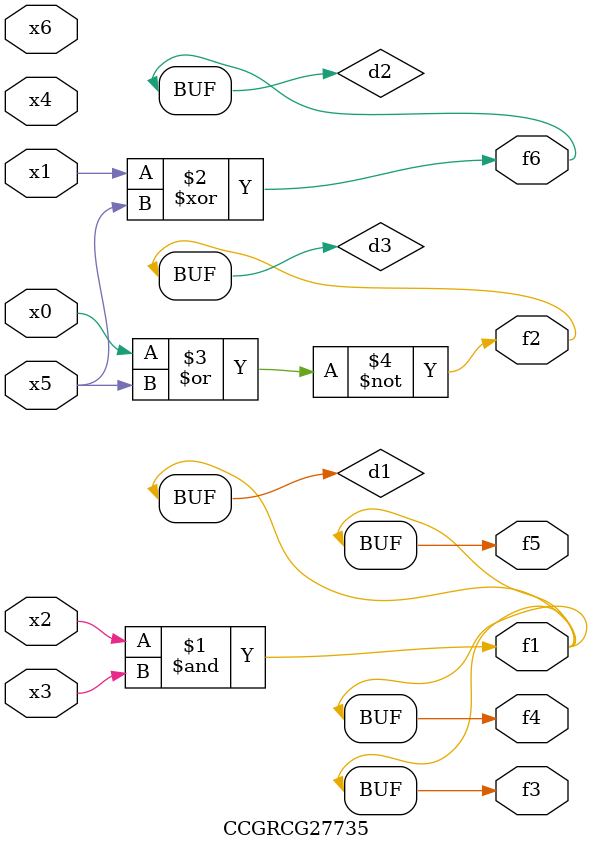
<source format=v>
module CCGRCG27735(
	input x0, x1, x2, x3, x4, x5, x6,
	output f1, f2, f3, f4, f5, f6
);

	wire d1, d2, d3;

	and (d1, x2, x3);
	xor (d2, x1, x5);
	nor (d3, x0, x5);
	assign f1 = d1;
	assign f2 = d3;
	assign f3 = d1;
	assign f4 = d1;
	assign f5 = d1;
	assign f6 = d2;
endmodule

</source>
